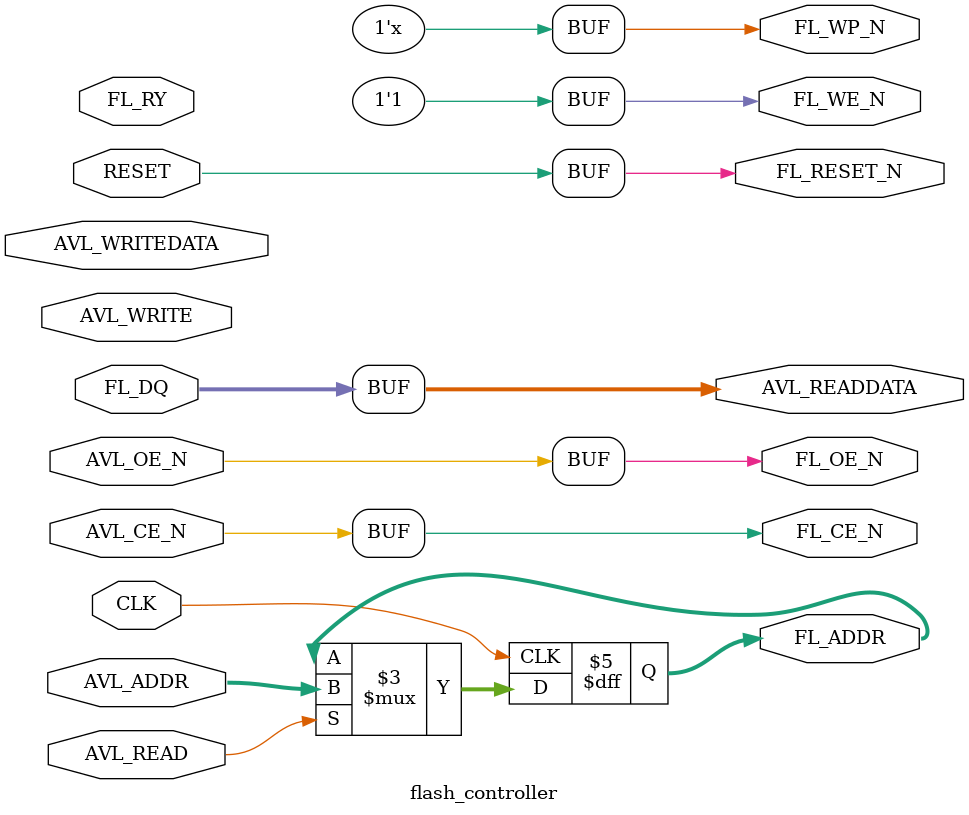
<source format=sv>
module flash_controller(
    input  logic        CLK,
    input  logic        RESET,
    
    // mode selection
    // input  logic        MODE,       // 0 for Avalon-MM access, 1 for Hardware Access
    
    // Avalon-MM Slave Interface
    input  logic        AVL_READ,           
    input  logic        AVL_WRITE,          // one can never        
    input  logic [22:0] AVL_ADDR,           // 23-bit address space 
    input  logic [7:0]  AVL_WRITEDATA,      // no need for this one actually
    input  logic        AVL_CE_N,
    input  logic        AVL_OE_N,
    output logic [7:0]  AVL_READDATA,       // 
    // Hardware Interface
    // input  logic [22:0] HW_ADDR,
    // output logic [7:0]  HW_DQ,     


    // FLASH Interface
    input  logic [7:0]  FL_DQ,        //FLASH Data
    input  logic        FL_RY,        //FLASH Ready
    output logic [22:0] FL_ADDR,      //FLASH Address
    output logic        FL_CE_N,      //FLASH Chip Enable
    output logic        FL_OE_N,      //FLASH Output Enable
    output logic        FL_WE_N,      //FLASH Write Enable
    output logic        FL_RESET_N,   //FLASH Hardware Reset
    output logic        FL_WP_N       //FLASH Hardware Write Protect
);

    always_comb begin
        FL_CE_N = AVL_CE_N;
        FL_OE_N = AVL_OE_N;
        FL_WE_N = 1;
        FL_WP_N = 1'bZ;
        FL_RESET_N = RESET;
        AVL_READDATA = FL_DQ;
    end

    always_ff @(posedge CLK) begin
        if (AVL_READ) begin            
            FL_ADDR <= AVL_ADDR;
        end
    end

endmodule
</source>
